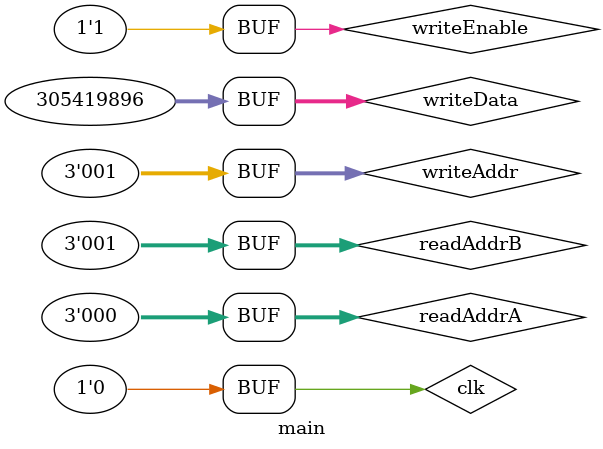
<source format=v>
module regfile (
    input clk,
    input writeEnable,
    input [2:0] writeAddr,
    input [31:0] writeData,
    input [2:0] readAddrA,
    input [2:0] readAddrB,
    output [31:0] rdA,
    output [31:0] rdB
);

  reg [31:0] regfile[8];

  assign rdA = regfile[readAddrA];
  assign rdB = regfile[readAddrB];

  always @(posedge clk) begin
    if (writeEnable) regfile[writeAddr] = writeData;
  end

endmodule

module main;
  reg clk, writeEnable;
  reg [2:0] writeAddr, readAddrA, readAddrB;
  reg [31:0] writeData;
  wire [31:0] rdA, rdB;
  reg [31:0] sum;
  regfile r (
      .clk(clk),
      .writeEnable(writeEnable),
      .writeAddr(writeAddr),
      .writeData(writeData),
      .readAddrA(readAddrA),
      .readAddrB(readAddrB),
      .rdA(rdA),
      .rdB(rdB)
  );

  initial $monitor($time, ": \tclk=%b, rdA=%x, rdB=%x, sum=%x", clk, rdA, rdB, sum);

  initial begin
    clk = 0;

    #0 writeEnable = 1'b1;
    writeAddr = 3'b000;
    writeData = 32'hFEDCBA98;
    clk = ~clk;

    #2 writeEnable = 1'b1;
    writeAddr = 3'b001;
    writeData = 32'h12345678;
    clk = ~clk;

    #2 readAddrA = 3'b000;
    readAddrB = 3'b001;
    clk = ~clk;

    #2 clk = ~clk;
    sum = rdA + rdB;
  end
endmodule

</source>
